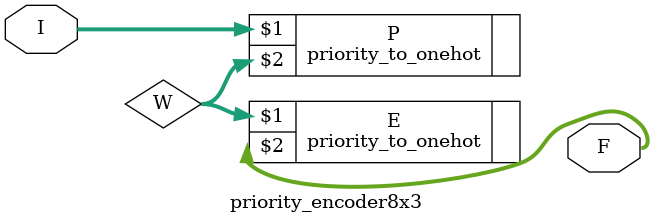
<source format=v>

module priority_encoder8x3 (
    input  [7:0] I,
    output [2:0] F
);

  wire [7:0] W;

  priority_to_onehot P (
      I[7:0],
      W[7:0]
  );
  priority_to_onehot E (
      W[7:0],
      F[2:0]
  );

endmodule


</source>
